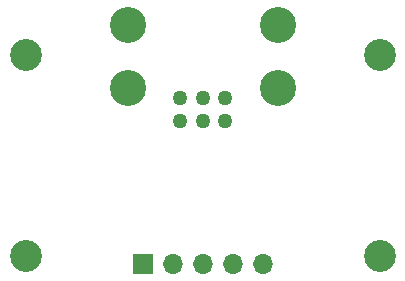
<source format=gbr>
%TF.GenerationSoftware,KiCad,Pcbnew,9.0.0*%
%TF.CreationDate,2025-10-27T19:16:05+01:00*%
%TF.ProjectId,wii_breakout_mount,7769695f-6272-4656-916b-6f75745f6d6f,rev?*%
%TF.SameCoordinates,Original*%
%TF.FileFunction,Soldermask,Top*%
%TF.FilePolarity,Negative*%
%FSLAX46Y46*%
G04 Gerber Fmt 4.6, Leading zero omitted, Abs format (unit mm)*
G04 Created by KiCad (PCBNEW 9.0.0) date 2025-10-27 19:16:05*
%MOMM*%
%LPD*%
G01*
G04 APERTURE LIST*
%ADD10C,2.700000*%
%ADD11R,1.700000X1.700000*%
%ADD12O,1.700000X1.700000*%
%ADD13C,3.048000*%
%ADD14C,1.270000*%
G04 APERTURE END LIST*
D10*
%TO.C,REF\u002A\u002A*%
X134000000Y-72000000D03*
%TD*%
%TO.C,REF\u002A\u002A*%
X104000000Y-55000000D03*
%TD*%
%TO.C,REF\u002A\u002A*%
X134000000Y-55000000D03*
%TD*%
%TO.C,REF\u002A\u002A*%
X104000000Y-72000000D03*
%TD*%
D11*
%TO.C,REF\u002A\u002A*%
X113925000Y-72721600D03*
D12*
X116465000Y-72721600D03*
X119005000Y-72721600D03*
X121545000Y-72721600D03*
X124085000Y-72721600D03*
%TD*%
D13*
%TO.C,P1*%
X112650000Y-52460000D03*
X112650000Y-57794000D03*
X125350000Y-52460000D03*
X125350000Y-57794000D03*
D14*
X120905000Y-60588000D03*
X120905000Y-58683000D03*
X119000000Y-60588000D03*
X119000000Y-58683000D03*
X117095000Y-60588000D03*
X117095000Y-58683000D03*
%TD*%
M02*

</source>
